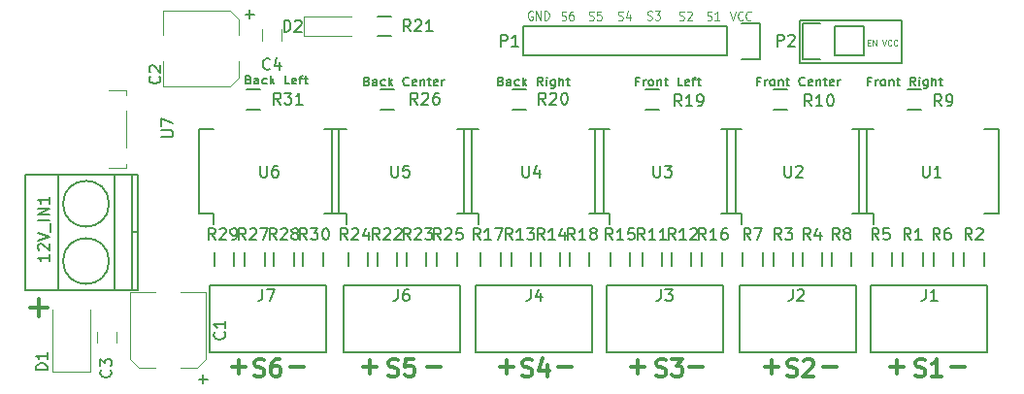
<source format=gto>
G04 #@! TF.FileFunction,Legend,Top*
%FSLAX46Y46*%
G04 Gerber Fmt 4.6, Leading zero omitted, Abs format (unit mm)*
G04 Created by KiCad (PCBNEW 4.0.6+dfsg1-1) date Mon Feb 26 20:00:46 2018*
%MOMM*%
%LPD*%
G01*
G04 APERTURE LIST*
%ADD10C,0.100000*%
%ADD11C,0.300000*%
%ADD12C,0.200000*%
%ADD13C,0.125000*%
%ADD14C,0.175000*%
%ADD15C,0.150000*%
%ADD16C,0.120000*%
G04 APERTURE END LIST*
D10*
D11*
X1077055Y6750703D02*
X2600865Y6750703D01*
X1838960Y5988798D02*
X1838960Y7512608D01*
D12*
X68173960Y28074160D02*
X68173960Y28174160D01*
X77073960Y28074160D02*
X68173960Y28074160D01*
X77073960Y28274160D02*
X77073960Y28074160D01*
X77073960Y31774160D02*
X77073960Y28274160D01*
X68173960Y31774160D02*
X77073960Y31774160D01*
D13*
X74100151Y29847374D02*
X74266817Y29847374D01*
X74338246Y29585470D02*
X74100151Y29585470D01*
X74100151Y30085470D01*
X74338246Y30085470D01*
X74552532Y29585470D02*
X74552532Y30085470D01*
X74838246Y29585470D01*
X74838246Y30085470D01*
X75385865Y30085470D02*
X75552532Y29585470D01*
X75719198Y30085470D01*
X76171579Y29633089D02*
X76147769Y29609279D01*
X76076341Y29585470D01*
X76028722Y29585470D01*
X75957293Y29609279D01*
X75909674Y29656898D01*
X75885865Y29704517D01*
X75862055Y29799755D01*
X75862055Y29871184D01*
X75885865Y29966422D01*
X75909674Y30014041D01*
X75957293Y30061660D01*
X76028722Y30085470D01*
X76076341Y30085470D01*
X76147769Y30061660D01*
X76171579Y30037850D01*
X76671579Y29633089D02*
X76647769Y29609279D01*
X76576341Y29585470D01*
X76528722Y29585470D01*
X76457293Y29609279D01*
X76409674Y29656898D01*
X76385865Y29704517D01*
X76362055Y29799755D01*
X76362055Y29871184D01*
X76385865Y29966422D01*
X76409674Y30014041D01*
X76457293Y30061660D01*
X76528722Y30085470D01*
X76576341Y30085470D01*
X76647769Y30061660D01*
X76671579Y30037850D01*
D12*
X68173960Y31574160D02*
X68173960Y31774160D01*
X68173960Y28174160D02*
X68173960Y31574160D01*
D14*
X74382149Y26476160D02*
X74115482Y26476160D01*
X74115482Y26109493D02*
X74115482Y26809493D01*
X74496435Y26809493D01*
X74801196Y26109493D02*
X74801196Y26576160D01*
X74801196Y26442827D02*
X74839291Y26509493D01*
X74877387Y26542827D01*
X74953577Y26576160D01*
X75029768Y26576160D01*
X75410720Y26109493D02*
X75334529Y26142827D01*
X75296434Y26176160D01*
X75258339Y26242827D01*
X75258339Y26442827D01*
X75296434Y26509493D01*
X75334529Y26542827D01*
X75410720Y26576160D01*
X75525006Y26576160D01*
X75601196Y26542827D01*
X75639291Y26509493D01*
X75677387Y26442827D01*
X75677387Y26242827D01*
X75639291Y26176160D01*
X75601196Y26142827D01*
X75525006Y26109493D01*
X75410720Y26109493D01*
X76020244Y26576160D02*
X76020244Y26109493D01*
X76020244Y26509493D02*
X76058339Y26542827D01*
X76134530Y26576160D01*
X76248816Y26576160D01*
X76325006Y26542827D01*
X76363101Y26476160D01*
X76363101Y26109493D01*
X76629768Y26576160D02*
X76934530Y26576160D01*
X76744054Y26809493D02*
X76744054Y26209493D01*
X76782149Y26142827D01*
X76858340Y26109493D01*
X76934530Y26109493D01*
X78267864Y26109493D02*
X78001197Y26442827D01*
X77810721Y26109493D02*
X77810721Y26809493D01*
X78115483Y26809493D01*
X78191674Y26776160D01*
X78229769Y26742827D01*
X78267864Y26676160D01*
X78267864Y26576160D01*
X78229769Y26509493D01*
X78191674Y26476160D01*
X78115483Y26442827D01*
X77810721Y26442827D01*
X78610721Y26109493D02*
X78610721Y26576160D01*
X78610721Y26809493D02*
X78572626Y26776160D01*
X78610721Y26742827D01*
X78648816Y26776160D01*
X78610721Y26809493D01*
X78610721Y26742827D01*
X79334530Y26576160D02*
X79334530Y26009493D01*
X79296435Y25942827D01*
X79258340Y25909493D01*
X79182149Y25876160D01*
X79067864Y25876160D01*
X78991673Y25909493D01*
X79334530Y26142827D02*
X79258340Y26109493D01*
X79105959Y26109493D01*
X79029768Y26142827D01*
X78991673Y26176160D01*
X78953578Y26242827D01*
X78953578Y26442827D01*
X78991673Y26509493D01*
X79029768Y26542827D01*
X79105959Y26576160D01*
X79258340Y26576160D01*
X79334530Y26542827D01*
X79715483Y26109493D02*
X79715483Y26809493D01*
X80058340Y26109493D02*
X80058340Y26476160D01*
X80020245Y26542827D01*
X79944055Y26576160D01*
X79829769Y26576160D01*
X79753578Y26542827D01*
X79715483Y26509493D01*
X80325007Y26576160D02*
X80629769Y26576160D01*
X80439293Y26809493D02*
X80439293Y26209493D01*
X80477388Y26142827D01*
X80553579Y26109493D01*
X80629769Y26109493D01*
X64730245Y26476160D02*
X64463578Y26476160D01*
X64463578Y26109493D02*
X64463578Y26809493D01*
X64844531Y26809493D01*
X65149292Y26109493D02*
X65149292Y26576160D01*
X65149292Y26442827D02*
X65187387Y26509493D01*
X65225483Y26542827D01*
X65301673Y26576160D01*
X65377864Y26576160D01*
X65758816Y26109493D02*
X65682625Y26142827D01*
X65644530Y26176160D01*
X65606435Y26242827D01*
X65606435Y26442827D01*
X65644530Y26509493D01*
X65682625Y26542827D01*
X65758816Y26576160D01*
X65873102Y26576160D01*
X65949292Y26542827D01*
X65987387Y26509493D01*
X66025483Y26442827D01*
X66025483Y26242827D01*
X65987387Y26176160D01*
X65949292Y26142827D01*
X65873102Y26109493D01*
X65758816Y26109493D01*
X66368340Y26576160D02*
X66368340Y26109493D01*
X66368340Y26509493D02*
X66406435Y26542827D01*
X66482626Y26576160D01*
X66596912Y26576160D01*
X66673102Y26542827D01*
X66711197Y26476160D01*
X66711197Y26109493D01*
X66977864Y26576160D02*
X67282626Y26576160D01*
X67092150Y26809493D02*
X67092150Y26209493D01*
X67130245Y26142827D01*
X67206436Y26109493D01*
X67282626Y26109493D01*
X68615960Y26176160D02*
X68577865Y26142827D01*
X68463579Y26109493D01*
X68387389Y26109493D01*
X68273103Y26142827D01*
X68196912Y26209493D01*
X68158817Y26276160D01*
X68120722Y26409493D01*
X68120722Y26509493D01*
X68158817Y26642827D01*
X68196912Y26709493D01*
X68273103Y26776160D01*
X68387389Y26809493D01*
X68463579Y26809493D01*
X68577865Y26776160D01*
X68615960Y26742827D01*
X69263579Y26142827D02*
X69187389Y26109493D01*
X69035008Y26109493D01*
X68958817Y26142827D01*
X68920722Y26209493D01*
X68920722Y26476160D01*
X68958817Y26542827D01*
X69035008Y26576160D01*
X69187389Y26576160D01*
X69263579Y26542827D01*
X69301674Y26476160D01*
X69301674Y26409493D01*
X68920722Y26342827D01*
X69644531Y26576160D02*
X69644531Y26109493D01*
X69644531Y26509493D02*
X69682626Y26542827D01*
X69758817Y26576160D01*
X69873103Y26576160D01*
X69949293Y26542827D01*
X69987388Y26476160D01*
X69987388Y26109493D01*
X70254055Y26576160D02*
X70558817Y26576160D01*
X70368341Y26809493D02*
X70368341Y26209493D01*
X70406436Y26142827D01*
X70482627Y26109493D01*
X70558817Y26109493D01*
X71130246Y26142827D02*
X71054056Y26109493D01*
X70901675Y26109493D01*
X70825484Y26142827D01*
X70787389Y26209493D01*
X70787389Y26476160D01*
X70825484Y26542827D01*
X70901675Y26576160D01*
X71054056Y26576160D01*
X71130246Y26542827D01*
X71168341Y26476160D01*
X71168341Y26409493D01*
X70787389Y26342827D01*
X71511198Y26109493D02*
X71511198Y26576160D01*
X71511198Y26442827D02*
X71549293Y26509493D01*
X71587389Y26542827D01*
X71663579Y26576160D01*
X71739770Y26576160D01*
X54138245Y26476160D02*
X53871578Y26476160D01*
X53871578Y26109493D02*
X53871578Y26809493D01*
X54252531Y26809493D01*
X54557292Y26109493D02*
X54557292Y26576160D01*
X54557292Y26442827D02*
X54595387Y26509493D01*
X54633483Y26542827D01*
X54709673Y26576160D01*
X54785864Y26576160D01*
X55166816Y26109493D02*
X55090625Y26142827D01*
X55052530Y26176160D01*
X55014435Y26242827D01*
X55014435Y26442827D01*
X55052530Y26509493D01*
X55090625Y26542827D01*
X55166816Y26576160D01*
X55281102Y26576160D01*
X55357292Y26542827D01*
X55395387Y26509493D01*
X55433483Y26442827D01*
X55433483Y26242827D01*
X55395387Y26176160D01*
X55357292Y26142827D01*
X55281102Y26109493D01*
X55166816Y26109493D01*
X55776340Y26576160D02*
X55776340Y26109493D01*
X55776340Y26509493D02*
X55814435Y26542827D01*
X55890626Y26576160D01*
X56004912Y26576160D01*
X56081102Y26542827D01*
X56119197Y26476160D01*
X56119197Y26109493D01*
X56385864Y26576160D02*
X56690626Y26576160D01*
X56500150Y26809493D02*
X56500150Y26209493D01*
X56538245Y26142827D01*
X56614436Y26109493D01*
X56690626Y26109493D01*
X57947770Y26109493D02*
X57566817Y26109493D01*
X57566817Y26809493D01*
X58519198Y26142827D02*
X58443008Y26109493D01*
X58290627Y26109493D01*
X58214436Y26142827D01*
X58176341Y26209493D01*
X58176341Y26476160D01*
X58214436Y26542827D01*
X58290627Y26576160D01*
X58443008Y26576160D01*
X58519198Y26542827D01*
X58557293Y26476160D01*
X58557293Y26409493D01*
X58176341Y26342827D01*
X58785864Y26576160D02*
X59090626Y26576160D01*
X58900150Y26109493D02*
X58900150Y26709493D01*
X58938245Y26776160D01*
X59014436Y26809493D01*
X59090626Y26809493D01*
X59243007Y26576160D02*
X59547769Y26576160D01*
X59357293Y26809493D02*
X59357293Y26209493D01*
X59395388Y26142827D01*
X59471579Y26109493D01*
X59547769Y26109493D01*
X42098721Y26476160D02*
X42213007Y26442827D01*
X42251102Y26409493D01*
X42289197Y26342827D01*
X42289197Y26242827D01*
X42251102Y26176160D01*
X42213007Y26142827D01*
X42136816Y26109493D01*
X41832054Y26109493D01*
X41832054Y26809493D01*
X42098721Y26809493D01*
X42174911Y26776160D01*
X42213007Y26742827D01*
X42251102Y26676160D01*
X42251102Y26609493D01*
X42213007Y26542827D01*
X42174911Y26509493D01*
X42098721Y26476160D01*
X41832054Y26476160D01*
X42974911Y26109493D02*
X42974911Y26476160D01*
X42936816Y26542827D01*
X42860626Y26576160D01*
X42708245Y26576160D01*
X42632054Y26542827D01*
X42974911Y26142827D02*
X42898721Y26109493D01*
X42708245Y26109493D01*
X42632054Y26142827D01*
X42593959Y26209493D01*
X42593959Y26276160D01*
X42632054Y26342827D01*
X42708245Y26376160D01*
X42898721Y26376160D01*
X42974911Y26409493D01*
X43698721Y26142827D02*
X43622531Y26109493D01*
X43470150Y26109493D01*
X43393959Y26142827D01*
X43355864Y26176160D01*
X43317769Y26242827D01*
X43317769Y26442827D01*
X43355864Y26509493D01*
X43393959Y26542827D01*
X43470150Y26576160D01*
X43622531Y26576160D01*
X43698721Y26542827D01*
X44041578Y26109493D02*
X44041578Y26809493D01*
X44117769Y26376160D02*
X44346340Y26109493D01*
X44346340Y26576160D02*
X44041578Y26309493D01*
X45755864Y26109493D02*
X45489197Y26442827D01*
X45298721Y26109493D02*
X45298721Y26809493D01*
X45603483Y26809493D01*
X45679674Y26776160D01*
X45717769Y26742827D01*
X45755864Y26676160D01*
X45755864Y26576160D01*
X45717769Y26509493D01*
X45679674Y26476160D01*
X45603483Y26442827D01*
X45298721Y26442827D01*
X46098721Y26109493D02*
X46098721Y26576160D01*
X46098721Y26809493D02*
X46060626Y26776160D01*
X46098721Y26742827D01*
X46136816Y26776160D01*
X46098721Y26809493D01*
X46098721Y26742827D01*
X46822530Y26576160D02*
X46822530Y26009493D01*
X46784435Y25942827D01*
X46746340Y25909493D01*
X46670149Y25876160D01*
X46555864Y25876160D01*
X46479673Y25909493D01*
X46822530Y26142827D02*
X46746340Y26109493D01*
X46593959Y26109493D01*
X46517768Y26142827D01*
X46479673Y26176160D01*
X46441578Y26242827D01*
X46441578Y26442827D01*
X46479673Y26509493D01*
X46517768Y26542827D01*
X46593959Y26576160D01*
X46746340Y26576160D01*
X46822530Y26542827D01*
X47203483Y26109493D02*
X47203483Y26809493D01*
X47546340Y26109493D02*
X47546340Y26476160D01*
X47508245Y26542827D01*
X47432055Y26576160D01*
X47317769Y26576160D01*
X47241578Y26542827D01*
X47203483Y26509493D01*
X47813007Y26576160D02*
X48117769Y26576160D01*
X47927293Y26809493D02*
X47927293Y26209493D01*
X47965388Y26142827D01*
X48041579Y26109493D01*
X48117769Y26109493D01*
X30414817Y26476160D02*
X30529103Y26442827D01*
X30567198Y26409493D01*
X30605293Y26342827D01*
X30605293Y26242827D01*
X30567198Y26176160D01*
X30529103Y26142827D01*
X30452912Y26109493D01*
X30148150Y26109493D01*
X30148150Y26809493D01*
X30414817Y26809493D01*
X30491007Y26776160D01*
X30529103Y26742827D01*
X30567198Y26676160D01*
X30567198Y26609493D01*
X30529103Y26542827D01*
X30491007Y26509493D01*
X30414817Y26476160D01*
X30148150Y26476160D01*
X31291007Y26109493D02*
X31291007Y26476160D01*
X31252912Y26542827D01*
X31176722Y26576160D01*
X31024341Y26576160D01*
X30948150Y26542827D01*
X31291007Y26142827D02*
X31214817Y26109493D01*
X31024341Y26109493D01*
X30948150Y26142827D01*
X30910055Y26209493D01*
X30910055Y26276160D01*
X30948150Y26342827D01*
X31024341Y26376160D01*
X31214817Y26376160D01*
X31291007Y26409493D01*
X32014817Y26142827D02*
X31938627Y26109493D01*
X31786246Y26109493D01*
X31710055Y26142827D01*
X31671960Y26176160D01*
X31633865Y26242827D01*
X31633865Y26442827D01*
X31671960Y26509493D01*
X31710055Y26542827D01*
X31786246Y26576160D01*
X31938627Y26576160D01*
X32014817Y26542827D01*
X32357674Y26109493D02*
X32357674Y26809493D01*
X32433865Y26376160D02*
X32662436Y26109493D01*
X32662436Y26576160D02*
X32357674Y26309493D01*
X34071960Y26176160D02*
X34033865Y26142827D01*
X33919579Y26109493D01*
X33843389Y26109493D01*
X33729103Y26142827D01*
X33652912Y26209493D01*
X33614817Y26276160D01*
X33576722Y26409493D01*
X33576722Y26509493D01*
X33614817Y26642827D01*
X33652912Y26709493D01*
X33729103Y26776160D01*
X33843389Y26809493D01*
X33919579Y26809493D01*
X34033865Y26776160D01*
X34071960Y26742827D01*
X34719579Y26142827D02*
X34643389Y26109493D01*
X34491008Y26109493D01*
X34414817Y26142827D01*
X34376722Y26209493D01*
X34376722Y26476160D01*
X34414817Y26542827D01*
X34491008Y26576160D01*
X34643389Y26576160D01*
X34719579Y26542827D01*
X34757674Y26476160D01*
X34757674Y26409493D01*
X34376722Y26342827D01*
X35100531Y26576160D02*
X35100531Y26109493D01*
X35100531Y26509493D02*
X35138626Y26542827D01*
X35214817Y26576160D01*
X35329103Y26576160D01*
X35405293Y26542827D01*
X35443388Y26476160D01*
X35443388Y26109493D01*
X35710055Y26576160D02*
X36014817Y26576160D01*
X35824341Y26809493D02*
X35824341Y26209493D01*
X35862436Y26142827D01*
X35938627Y26109493D01*
X36014817Y26109493D01*
X36586246Y26142827D02*
X36510056Y26109493D01*
X36357675Y26109493D01*
X36281484Y26142827D01*
X36243389Y26209493D01*
X36243389Y26476160D01*
X36281484Y26542827D01*
X36357675Y26576160D01*
X36510056Y26576160D01*
X36586246Y26542827D01*
X36624341Y26476160D01*
X36624341Y26409493D01*
X36243389Y26342827D01*
X36967198Y26109493D02*
X36967198Y26576160D01*
X36967198Y26442827D02*
X37005293Y26509493D01*
X37043389Y26542827D01*
X37119579Y26576160D01*
X37195770Y26576160D01*
X20076817Y26603160D02*
X20191103Y26569827D01*
X20229198Y26536493D01*
X20267293Y26469827D01*
X20267293Y26369827D01*
X20229198Y26303160D01*
X20191103Y26269827D01*
X20114912Y26236493D01*
X19810150Y26236493D01*
X19810150Y26936493D01*
X20076817Y26936493D01*
X20153007Y26903160D01*
X20191103Y26869827D01*
X20229198Y26803160D01*
X20229198Y26736493D01*
X20191103Y26669827D01*
X20153007Y26636493D01*
X20076817Y26603160D01*
X19810150Y26603160D01*
X20953007Y26236493D02*
X20953007Y26603160D01*
X20914912Y26669827D01*
X20838722Y26703160D01*
X20686341Y26703160D01*
X20610150Y26669827D01*
X20953007Y26269827D02*
X20876817Y26236493D01*
X20686341Y26236493D01*
X20610150Y26269827D01*
X20572055Y26336493D01*
X20572055Y26403160D01*
X20610150Y26469827D01*
X20686341Y26503160D01*
X20876817Y26503160D01*
X20953007Y26536493D01*
X21676817Y26269827D02*
X21600627Y26236493D01*
X21448246Y26236493D01*
X21372055Y26269827D01*
X21333960Y26303160D01*
X21295865Y26369827D01*
X21295865Y26569827D01*
X21333960Y26636493D01*
X21372055Y26669827D01*
X21448246Y26703160D01*
X21600627Y26703160D01*
X21676817Y26669827D01*
X22019674Y26236493D02*
X22019674Y26936493D01*
X22095865Y26503160D02*
X22324436Y26236493D01*
X22324436Y26703160D02*
X22019674Y26436493D01*
X23657770Y26236493D02*
X23276817Y26236493D01*
X23276817Y26936493D01*
X24229198Y26269827D02*
X24153008Y26236493D01*
X24000627Y26236493D01*
X23924436Y26269827D01*
X23886341Y26336493D01*
X23886341Y26603160D01*
X23924436Y26669827D01*
X24000627Y26703160D01*
X24153008Y26703160D01*
X24229198Y26669827D01*
X24267293Y26603160D01*
X24267293Y26536493D01*
X23886341Y26469827D01*
X24495864Y26703160D02*
X24800626Y26703160D01*
X24610150Y26236493D02*
X24610150Y26836493D01*
X24648245Y26903160D01*
X24724436Y26936493D01*
X24800626Y26936493D01*
X24953007Y26703160D02*
X25257769Y26703160D01*
X25067293Y26936493D02*
X25067293Y26336493D01*
X25105388Y26269827D01*
X25181579Y26236493D01*
X25257769Y26236493D01*
D11*
X23746532Y1554017D02*
X24889389Y1554017D01*
X18666532Y1554017D02*
X19809389Y1554017D01*
X19237960Y982589D02*
X19237960Y2125446D01*
X20635103Y800017D02*
X20849389Y728589D01*
X21206532Y728589D01*
X21349389Y800017D01*
X21420818Y871446D01*
X21492246Y1014303D01*
X21492246Y1157160D01*
X21420818Y1300017D01*
X21349389Y1371446D01*
X21206532Y1442874D01*
X20920818Y1514303D01*
X20777960Y1585731D01*
X20706532Y1657160D01*
X20635103Y1800017D01*
X20635103Y1942874D01*
X20706532Y2085731D01*
X20777960Y2157160D01*
X20920818Y2228589D01*
X21277960Y2228589D01*
X21492246Y2157160D01*
X22777960Y2228589D02*
X22492246Y2228589D01*
X22349389Y2157160D01*
X22277960Y2085731D01*
X22135103Y1871446D01*
X22063674Y1585731D01*
X22063674Y1014303D01*
X22135103Y871446D01*
X22206531Y800017D01*
X22349389Y728589D01*
X22635103Y728589D01*
X22777960Y800017D01*
X22849389Y871446D01*
X22920817Y1014303D01*
X22920817Y1371446D01*
X22849389Y1514303D01*
X22777960Y1585731D01*
X22635103Y1657160D01*
X22349389Y1657160D01*
X22206531Y1585731D01*
X22135103Y1514303D01*
X22063674Y1371446D01*
X35684532Y1554017D02*
X36827389Y1554017D01*
X30096532Y1554017D02*
X31239389Y1554017D01*
X30667960Y982589D02*
X30667960Y2125446D01*
X32319103Y800017D02*
X32533389Y728589D01*
X32890532Y728589D01*
X33033389Y800017D01*
X33104818Y871446D01*
X33176246Y1014303D01*
X33176246Y1157160D01*
X33104818Y1300017D01*
X33033389Y1371446D01*
X32890532Y1442874D01*
X32604818Y1514303D01*
X32461960Y1585731D01*
X32390532Y1657160D01*
X32319103Y1800017D01*
X32319103Y1942874D01*
X32390532Y2085731D01*
X32461960Y2157160D01*
X32604818Y2228589D01*
X32961960Y2228589D01*
X33176246Y2157160D01*
X34533389Y2228589D02*
X33819103Y2228589D01*
X33747674Y1514303D01*
X33819103Y1585731D01*
X33961960Y1657160D01*
X34319103Y1657160D01*
X34461960Y1585731D01*
X34533389Y1514303D01*
X34604817Y1371446D01*
X34604817Y1014303D01*
X34533389Y871446D01*
X34461960Y800017D01*
X34319103Y728589D01*
X33961960Y728589D01*
X33819103Y800017D01*
X33747674Y871446D01*
D13*
X47406626Y31817350D02*
X47506626Y31779255D01*
X47673293Y31779255D01*
X47739960Y31817350D01*
X47773293Y31855446D01*
X47806626Y31931636D01*
X47806626Y32007827D01*
X47773293Y32084017D01*
X47739960Y32122112D01*
X47673293Y32160208D01*
X47539960Y32198303D01*
X47473293Y32236398D01*
X47439960Y32274493D01*
X47406626Y32350684D01*
X47406626Y32426874D01*
X47439960Y32503065D01*
X47473293Y32541160D01*
X47539960Y32579255D01*
X47706626Y32579255D01*
X47806626Y32541160D01*
X48406627Y32579255D02*
X48273293Y32579255D01*
X48206627Y32541160D01*
X48173293Y32503065D01*
X48106627Y32388779D01*
X48073293Y32236398D01*
X48073293Y31931636D01*
X48106627Y31855446D01*
X48139960Y31817350D01*
X48206627Y31779255D01*
X48339960Y31779255D01*
X48406627Y31817350D01*
X48439960Y31855446D01*
X48473293Y31931636D01*
X48473293Y32122112D01*
X48439960Y32198303D01*
X48406627Y32236398D01*
X48339960Y32274493D01*
X48206627Y32274493D01*
X48139960Y32236398D01*
X48106627Y32198303D01*
X48073293Y32122112D01*
X49819626Y31817350D02*
X49919626Y31779255D01*
X50086293Y31779255D01*
X50152960Y31817350D01*
X50186293Y31855446D01*
X50219626Y31931636D01*
X50219626Y32007827D01*
X50186293Y32084017D01*
X50152960Y32122112D01*
X50086293Y32160208D01*
X49952960Y32198303D01*
X49886293Y32236398D01*
X49852960Y32274493D01*
X49819626Y32350684D01*
X49819626Y32426874D01*
X49852960Y32503065D01*
X49886293Y32541160D01*
X49952960Y32579255D01*
X50119626Y32579255D01*
X50219626Y32541160D01*
X50852960Y32579255D02*
X50519627Y32579255D01*
X50486293Y32198303D01*
X50519627Y32236398D01*
X50586293Y32274493D01*
X50752960Y32274493D01*
X50819627Y32236398D01*
X50852960Y32198303D01*
X50886293Y32122112D01*
X50886293Y31931636D01*
X50852960Y31855446D01*
X50819627Y31817350D01*
X50752960Y31779255D01*
X50586293Y31779255D01*
X50519627Y31817350D01*
X50486293Y31855446D01*
D15*
X23198865Y30799779D02*
X23198865Y31799779D01*
X23436960Y31799779D01*
X23579818Y31752160D01*
X23675056Y31656922D01*
X23722675Y31561684D01*
X23770294Y31371208D01*
X23770294Y31228350D01*
X23722675Y31037874D01*
X23675056Y30942636D01*
X23579818Y30847398D01*
X23436960Y30799779D01*
X23198865Y30799779D01*
X24151246Y31704541D02*
X24198865Y31752160D01*
X24294103Y31799779D01*
X24532199Y31799779D01*
X24627437Y31752160D01*
X24675056Y31704541D01*
X24722675Y31609303D01*
X24722675Y31514065D01*
X24675056Y31371208D01*
X24103627Y30799779D01*
X24722675Y30799779D01*
D13*
X62119627Y32579255D02*
X62352960Y31779255D01*
X62586293Y32579255D01*
X63219627Y31855446D02*
X63186293Y31817350D01*
X63086293Y31779255D01*
X63019627Y31779255D01*
X62919627Y31817350D01*
X62852960Y31893541D01*
X62819627Y31969731D01*
X62786293Y32122112D01*
X62786293Y32236398D01*
X62819627Y32388779D01*
X62852960Y32464970D01*
X62919627Y32541160D01*
X63019627Y32579255D01*
X63086293Y32579255D01*
X63186293Y32541160D01*
X63219627Y32503065D01*
X63919627Y31855446D02*
X63886293Y31817350D01*
X63786293Y31779255D01*
X63719627Y31779255D01*
X63619627Y31817350D01*
X63552960Y31893541D01*
X63519627Y31969731D01*
X63486293Y32122112D01*
X63486293Y32236398D01*
X63519627Y32388779D01*
X63552960Y32464970D01*
X63619627Y32541160D01*
X63719627Y32579255D01*
X63786293Y32579255D01*
X63886293Y32541160D01*
X63919627Y32503065D01*
X44866627Y32568660D02*
X44799961Y32606755D01*
X44699961Y32606755D01*
X44599961Y32568660D01*
X44533294Y32492470D01*
X44499961Y32416279D01*
X44466627Y32263898D01*
X44466627Y32149612D01*
X44499961Y31997231D01*
X44533294Y31921041D01*
X44599961Y31844850D01*
X44699961Y31806755D01*
X44766627Y31806755D01*
X44866627Y31844850D01*
X44899961Y31882946D01*
X44899961Y32149612D01*
X44766627Y32149612D01*
X45199961Y31806755D02*
X45199961Y32606755D01*
X45599961Y31806755D01*
X45599961Y32606755D01*
X45933294Y31806755D02*
X45933294Y32606755D01*
X46099960Y32606755D01*
X46199960Y32568660D01*
X46266627Y32492470D01*
X46299960Y32416279D01*
X46333294Y32263898D01*
X46333294Y32149612D01*
X46299960Y31997231D01*
X46266627Y31921041D01*
X46199960Y31844850D01*
X46099960Y31806755D01*
X45933294Y31806755D01*
D11*
X81404532Y1554017D02*
X82547389Y1554017D01*
X78293103Y800017D02*
X78507389Y728589D01*
X78864532Y728589D01*
X79007389Y800017D01*
X79078818Y871446D01*
X79150246Y1014303D01*
X79150246Y1157160D01*
X79078818Y1300017D01*
X79007389Y1371446D01*
X78864532Y1442874D01*
X78578818Y1514303D01*
X78435960Y1585731D01*
X78364532Y1657160D01*
X78293103Y1800017D01*
X78293103Y1942874D01*
X78364532Y2085731D01*
X78435960Y2157160D01*
X78578818Y2228589D01*
X78935960Y2228589D01*
X79150246Y2157160D01*
X80578817Y728589D02*
X79721674Y728589D01*
X80150246Y728589D02*
X80150246Y2228589D01*
X80007389Y2014303D01*
X79864531Y1871446D01*
X79721674Y1800017D01*
X76070532Y1554017D02*
X77213389Y1554017D01*
X76641960Y982589D02*
X76641960Y2125446D01*
X70228532Y1554017D02*
X71371389Y1554017D01*
X67117103Y800017D02*
X67331389Y728589D01*
X67688532Y728589D01*
X67831389Y800017D01*
X67902818Y871446D01*
X67974246Y1014303D01*
X67974246Y1157160D01*
X67902818Y1300017D01*
X67831389Y1371446D01*
X67688532Y1442874D01*
X67402818Y1514303D01*
X67259960Y1585731D01*
X67188532Y1657160D01*
X67117103Y1800017D01*
X67117103Y1942874D01*
X67188532Y2085731D01*
X67259960Y2157160D01*
X67402818Y2228589D01*
X67759960Y2228589D01*
X67974246Y2157160D01*
X68545674Y2085731D02*
X68617103Y2157160D01*
X68759960Y2228589D01*
X69117103Y2228589D01*
X69259960Y2157160D01*
X69331389Y2085731D01*
X69402817Y1942874D01*
X69402817Y1800017D01*
X69331389Y1585731D01*
X68474246Y728589D01*
X69402817Y728589D01*
X65148532Y1554017D02*
X66291389Y1554017D01*
X65719960Y982589D02*
X65719960Y2125446D01*
X58544532Y1554017D02*
X59687389Y1554017D01*
X55687103Y800017D02*
X55901389Y728589D01*
X56258532Y728589D01*
X56401389Y800017D01*
X56472818Y871446D01*
X56544246Y1014303D01*
X56544246Y1157160D01*
X56472818Y1300017D01*
X56401389Y1371446D01*
X56258532Y1442874D01*
X55972818Y1514303D01*
X55829960Y1585731D01*
X55758532Y1657160D01*
X55687103Y1800017D01*
X55687103Y1942874D01*
X55758532Y2085731D01*
X55829960Y2157160D01*
X55972818Y2228589D01*
X56329960Y2228589D01*
X56544246Y2157160D01*
X57044246Y2228589D02*
X57972817Y2228589D01*
X57472817Y1657160D01*
X57687103Y1657160D01*
X57829960Y1585731D01*
X57901389Y1514303D01*
X57972817Y1371446D01*
X57972817Y1014303D01*
X57901389Y871446D01*
X57829960Y800017D01*
X57687103Y728589D01*
X57258531Y728589D01*
X57115674Y800017D01*
X57044246Y871446D01*
X53464532Y1554017D02*
X54607389Y1554017D01*
X54035960Y982589D02*
X54035960Y2125446D01*
X44003103Y800017D02*
X44217389Y728589D01*
X44574532Y728589D01*
X44717389Y800017D01*
X44788818Y871446D01*
X44860246Y1014303D01*
X44860246Y1157160D01*
X44788818Y1300017D01*
X44717389Y1371446D01*
X44574532Y1442874D01*
X44288818Y1514303D01*
X44145960Y1585731D01*
X44074532Y1657160D01*
X44003103Y1800017D01*
X44003103Y1942874D01*
X44074532Y2085731D01*
X44145960Y2157160D01*
X44288818Y2228589D01*
X44645960Y2228589D01*
X44860246Y2157160D01*
X46145960Y1728589D02*
X46145960Y728589D01*
X45788817Y2300017D02*
X45431674Y1228589D01*
X46360246Y1228589D01*
X47114532Y1554017D02*
X48257389Y1554017D01*
X42034532Y1554017D02*
X43177389Y1554017D01*
X42605960Y982589D02*
X42605960Y2125446D01*
D13*
X52359626Y31817350D02*
X52459626Y31779255D01*
X52626293Y31779255D01*
X52692960Y31817350D01*
X52726293Y31855446D01*
X52759626Y31931636D01*
X52759626Y32007827D01*
X52726293Y32084017D01*
X52692960Y32122112D01*
X52626293Y32160208D01*
X52492960Y32198303D01*
X52426293Y32236398D01*
X52392960Y32274493D01*
X52359626Y32350684D01*
X52359626Y32426874D01*
X52392960Y32503065D01*
X52426293Y32541160D01*
X52492960Y32579255D01*
X52659626Y32579255D01*
X52759626Y32541160D01*
X53359627Y32312589D02*
X53359627Y31779255D01*
X53192960Y32617350D02*
X53026293Y32045922D01*
X53459627Y32045922D01*
X54899626Y31844850D02*
X54999626Y31806755D01*
X55166293Y31806755D01*
X55232960Y31844850D01*
X55266293Y31882946D01*
X55299626Y31959136D01*
X55299626Y32035327D01*
X55266293Y32111517D01*
X55232960Y32149612D01*
X55166293Y32187708D01*
X55032960Y32225803D01*
X54966293Y32263898D01*
X54932960Y32301993D01*
X54899626Y32378184D01*
X54899626Y32454374D01*
X54932960Y32530565D01*
X54966293Y32568660D01*
X55032960Y32606755D01*
X55199626Y32606755D01*
X55299626Y32568660D01*
X55532960Y32606755D02*
X55966293Y32606755D01*
X55732960Y32301993D01*
X55832960Y32301993D01*
X55899627Y32263898D01*
X55932960Y32225803D01*
X55966293Y32149612D01*
X55966293Y31959136D01*
X55932960Y31882946D01*
X55899627Y31844850D01*
X55832960Y31806755D01*
X55632960Y31806755D01*
X55566293Y31844850D01*
X55532960Y31882946D01*
X57693626Y31817350D02*
X57793626Y31779255D01*
X57960293Y31779255D01*
X58026960Y31817350D01*
X58060293Y31855446D01*
X58093626Y31931636D01*
X58093626Y32007827D01*
X58060293Y32084017D01*
X58026960Y32122112D01*
X57960293Y32160208D01*
X57826960Y32198303D01*
X57760293Y32236398D01*
X57726960Y32274493D01*
X57693626Y32350684D01*
X57693626Y32426874D01*
X57726960Y32503065D01*
X57760293Y32541160D01*
X57826960Y32579255D01*
X57993626Y32579255D01*
X58093626Y32541160D01*
X58360293Y32503065D02*
X58393627Y32541160D01*
X58460293Y32579255D01*
X58626960Y32579255D01*
X58693627Y32541160D01*
X58726960Y32503065D01*
X58760293Y32426874D01*
X58760293Y32350684D01*
X58726960Y32236398D01*
X58326960Y31779255D01*
X58760293Y31779255D01*
X60106626Y31817350D02*
X60206626Y31779255D01*
X60373293Y31779255D01*
X60439960Y31817350D01*
X60473293Y31855446D01*
X60506626Y31931636D01*
X60506626Y32007827D01*
X60473293Y32084017D01*
X60439960Y32122112D01*
X60373293Y32160208D01*
X60239960Y32198303D01*
X60173293Y32236398D01*
X60139960Y32274493D01*
X60106626Y32350684D01*
X60106626Y32426874D01*
X60139960Y32503065D01*
X60173293Y32541160D01*
X60239960Y32579255D01*
X60406626Y32579255D01*
X60506626Y32541160D01*
X61173293Y31779255D02*
X60773293Y31779255D01*
X60973293Y31779255D02*
X60973293Y32579255D01*
X60906627Y32464970D01*
X60839960Y32388779D01*
X60773293Y32350684D01*
D16*
X12635960Y32647160D02*
X12635960Y30467160D01*
X12635960Y26047160D02*
X12635960Y28227160D01*
X19235960Y31887160D02*
X19235960Y30467160D01*
X19235960Y26807160D02*
X19235960Y28227160D01*
X12635960Y32647160D02*
X18475960Y32647160D01*
X18475960Y32647160D02*
X19235960Y31887160D01*
X19235960Y26807160D02*
X18475960Y26047160D01*
X18475960Y26047160D02*
X12635960Y26047160D01*
D15*
X28381960Y8646160D02*
X38541960Y8646160D01*
X38541960Y2804160D02*
X28381960Y2804160D01*
X28381960Y2804160D02*
X28381960Y8646160D01*
X38541960Y2804160D02*
X38541960Y8646160D01*
X51368960Y8646160D02*
X61528960Y8646160D01*
X61528960Y2804160D02*
X51368960Y2804160D01*
X51368960Y2804160D02*
X51368960Y8646160D01*
X61528960Y2804160D02*
X61528960Y8646160D01*
D16*
X2957560Y1105960D02*
X6257560Y1105960D01*
X6257560Y1105960D02*
X6257560Y6505960D01*
X2957560Y1105960D02*
X2957560Y6505960D01*
X24942160Y32102160D02*
X24942160Y30402160D01*
X24992160Y30402160D02*
X29042160Y30402160D01*
X24992160Y32102160D02*
X29042160Y32102160D01*
D15*
X27356960Y14953360D02*
X28626960Y14953360D01*
X27356960Y22303360D02*
X28626960Y22303360D01*
X39566960Y22303360D02*
X38296960Y22303360D01*
X39566960Y14953360D02*
X38296960Y14953360D01*
X27356960Y14953360D02*
X27356960Y22303360D01*
X39566960Y14953360D02*
X39566960Y22303360D01*
X28626960Y14953360D02*
X28626960Y14018360D01*
X15749160Y14953360D02*
X17019160Y14953360D01*
X15749160Y22303360D02*
X17019160Y22303360D01*
X27959160Y22303360D02*
X26689160Y22303360D01*
X27959160Y14953360D02*
X26689160Y14953360D01*
X15749160Y14953360D02*
X15749160Y22303360D01*
X27959160Y14953360D02*
X27959160Y22303360D01*
X17019160Y14953360D02*
X17019160Y14018360D01*
X16697960Y8646160D02*
X26857960Y8646160D01*
X26857960Y2804160D02*
X16697960Y2804160D01*
X16697960Y2804160D02*
X16697960Y8646160D01*
X26857960Y2804160D02*
X26857960Y8646160D01*
X61859160Y28686760D02*
X44079160Y28686760D01*
X44079160Y28686760D02*
X44079160Y31226760D01*
X44079160Y31226760D02*
X61859160Y31226760D01*
X64679160Y28406760D02*
X63129160Y28406760D01*
X61859160Y28686760D02*
X61859160Y31226760D01*
X63129160Y31506760D02*
X64679160Y31506760D01*
X64679160Y31506760D02*
X64679160Y28406760D01*
X74355960Y8646160D02*
X84515960Y8646160D01*
X84515960Y2804160D02*
X74355960Y2804160D01*
X74355960Y2804160D02*
X74355960Y8646160D01*
X84515960Y2804160D02*
X84515960Y8646160D01*
X62925960Y8646160D02*
X73085960Y8646160D01*
X73085960Y2804160D02*
X62925960Y2804160D01*
X62925960Y2804160D02*
X62925960Y8646160D01*
X73085960Y2804160D02*
X73085960Y8646160D01*
X39938960Y8646160D02*
X50098960Y8646160D01*
X50098960Y2804160D02*
X39938960Y2804160D01*
X39938960Y2804160D02*
X39938960Y8646160D01*
X50098960Y2804160D02*
X50098960Y8646160D01*
X38856160Y14936760D02*
X40126160Y14936760D01*
X38856160Y22286760D02*
X40126160Y22286760D01*
X51066160Y22286760D02*
X49796160Y22286760D01*
X51066160Y14936760D02*
X49796160Y14936760D01*
X38856160Y14936760D02*
X38856160Y22286760D01*
X51066160Y14936760D02*
X51066160Y22286760D01*
X40126160Y14936760D02*
X40126160Y14001760D01*
X50356160Y14936760D02*
X51626160Y14936760D01*
X50356160Y22286760D02*
X51626160Y22286760D01*
X62566160Y22286760D02*
X61296160Y22286760D01*
X62566160Y14936760D02*
X61296160Y14936760D01*
X50356160Y14936760D02*
X50356160Y22286760D01*
X62566160Y14936760D02*
X62566160Y22286760D01*
X51626160Y14936760D02*
X51626160Y14001760D01*
X61856160Y14936760D02*
X63126160Y14936760D01*
X61856160Y22286760D02*
X63126160Y22286760D01*
X74066160Y22286760D02*
X72796160Y22286760D01*
X74066160Y14936760D02*
X72796160Y14936760D01*
X61856160Y14936760D02*
X61856160Y22286760D01*
X74066160Y14936760D02*
X74066160Y22286760D01*
X63126160Y14936760D02*
X63126160Y14001760D01*
X73356160Y14936760D02*
X74626160Y14936760D01*
X73356160Y22286760D02*
X74626160Y22286760D01*
X85566160Y22286760D02*
X84296160Y22286760D01*
X85566160Y14936760D02*
X84296160Y14936760D01*
X73356160Y14936760D02*
X73356160Y22286760D01*
X85566160Y14936760D02*
X85566160Y22286760D01*
X74626160Y14936760D02*
X74626160Y14001760D01*
X77163960Y10332160D02*
X77163960Y11532160D01*
X78913960Y11532160D02*
X78913960Y10332160D01*
X79830960Y10332160D02*
X79830960Y11532160D01*
X81580960Y11532160D02*
X81580960Y10332160D01*
X65860960Y10332160D02*
X65860960Y11532160D01*
X67610960Y11532160D02*
X67610960Y10332160D01*
X68400960Y10332160D02*
X68400960Y11532160D01*
X70150960Y11532160D02*
X70150960Y10332160D01*
X74496960Y10332160D02*
X74496960Y11532160D01*
X76246960Y11532160D02*
X76246960Y10332160D01*
X84247960Y11532160D02*
X84247960Y10332160D01*
X82497960Y10332160D02*
X82497960Y11532160D01*
X63193960Y10332160D02*
X63193960Y11532160D01*
X64943960Y11532160D02*
X64943960Y10332160D01*
X72690960Y11532160D02*
X72690960Y10332160D01*
X70940960Y10332160D02*
X70940960Y11532160D01*
X77565960Y25777160D02*
X78765960Y25777160D01*
X78765960Y24027160D02*
X77565960Y24027160D01*
X65881960Y25777160D02*
X67081960Y25777160D01*
X67081960Y24027160D02*
X65881960Y24027160D01*
X54430960Y10332160D02*
X54430960Y11532160D01*
X56180960Y11532160D02*
X56180960Y10332160D01*
X56970960Y10332160D02*
X56970960Y11532160D01*
X58720960Y11532160D02*
X58720960Y10332160D01*
X43000960Y10332160D02*
X43000960Y11532160D01*
X44750960Y11532160D02*
X44750960Y10332160D01*
X45540960Y10332160D02*
X45540960Y11532160D01*
X47290960Y11532160D02*
X47290960Y10332160D01*
X51636960Y10332160D02*
X51636960Y11532160D01*
X53386960Y11532160D02*
X53386960Y10332160D01*
X61387960Y11532160D02*
X61387960Y10332160D01*
X59637960Y10332160D02*
X59637960Y11532160D01*
X40333960Y10332160D02*
X40333960Y11532160D01*
X42083960Y11532160D02*
X42083960Y10332160D01*
X49830960Y11532160D02*
X49830960Y10332160D01*
X48080960Y10332160D02*
X48080960Y11532160D01*
X54705960Y25777160D02*
X55905960Y25777160D01*
X55905960Y24027160D02*
X54705960Y24027160D01*
X43151160Y25776760D02*
X44351160Y25776760D01*
X44351160Y24026760D02*
X43151160Y24026760D01*
X31363360Y32152560D02*
X32563360Y32152560D01*
X32563360Y30402560D02*
X31363360Y30402560D01*
X31316960Y10332160D02*
X31316960Y11532160D01*
X33066960Y11532160D02*
X33066960Y10332160D01*
X33856960Y10332160D02*
X33856960Y11532160D01*
X35606960Y11532160D02*
X35606960Y10332160D01*
X28776960Y10332160D02*
X28776960Y11532160D01*
X30526960Y11532160D02*
X30526960Y10332160D01*
X38273960Y11532160D02*
X38273960Y10332160D01*
X36523960Y10332160D02*
X36523960Y11532160D01*
X31591960Y25777160D02*
X32791960Y25777160D01*
X32791960Y24027160D02*
X31591960Y24027160D01*
X19759960Y10332160D02*
X19759960Y11532160D01*
X21509960Y11532160D02*
X21509960Y10332160D01*
X22299960Y10332160D02*
X22299960Y11532160D01*
X24049960Y11532160D02*
X24049960Y10332160D01*
X17092960Y10332160D02*
X17092960Y11532160D01*
X18842960Y11532160D02*
X18842960Y10332160D01*
X26589960Y11532160D02*
X26589960Y10332160D01*
X24839960Y10332160D02*
X24839960Y11532160D01*
X19907960Y25777160D02*
X21107960Y25777160D01*
X21107960Y24027160D02*
X19907960Y24027160D01*
X71243960Y31244160D02*
X73783960Y31244160D01*
X68423960Y31524160D02*
X69973960Y31524160D01*
X71243960Y31244160D02*
X71243960Y28704160D01*
X69973960Y28424160D02*
X68423960Y28424160D01*
X68423960Y28424160D02*
X68423960Y31524160D01*
X71243960Y28704160D02*
X73783960Y28704160D01*
X73783960Y28704160D02*
X73783960Y31244160D01*
X9926760Y13279760D02*
X10426760Y13279760D01*
X7926760Y15779760D02*
G75*
G03X7926760Y15779760I-2000000J0D01*
G01*
X7926760Y10779760D02*
G75*
G03X7926760Y10779760I-2000000J0D01*
G01*
X8426760Y8279760D02*
X8426760Y18279760D01*
X3526760Y8279760D02*
X3526760Y18279760D01*
X9926760Y8279760D02*
X9926760Y18279760D01*
X10426760Y8279760D02*
X10426760Y18279760D01*
X10426760Y18279760D02*
X626760Y18279760D01*
X626760Y18279760D02*
X626760Y8279760D01*
X626760Y8279760D02*
X10426760Y8279760D01*
D16*
X16365760Y8034560D02*
X14185760Y8034560D01*
X9765760Y8034560D02*
X11945760Y8034560D01*
X15605760Y1434560D02*
X14185760Y1434560D01*
X10525760Y1434560D02*
X11945760Y1434560D01*
X16365760Y8034560D02*
X16365760Y2194560D01*
X16365760Y2194560D02*
X15605760Y1434560D01*
X10525760Y1434560D02*
X9765760Y2194560D01*
X9765760Y2194560D02*
X9765760Y8034560D01*
X6856360Y4624960D02*
X6856360Y3624960D01*
X8556360Y3624960D02*
X8556360Y4624960D01*
X21258160Y30990160D02*
X21258160Y29990160D01*
X22958160Y29990160D02*
X22958160Y30990160D01*
X9411160Y19245960D02*
X9411160Y18895960D01*
X9411160Y18895960D02*
X7911160Y18895960D01*
X9411160Y23895960D02*
X9411160Y20695960D01*
X7911160Y25695960D02*
X9411160Y25695960D01*
X9411160Y25695960D02*
X9411160Y25295960D01*
D15*
X12330703Y26894494D02*
X12378322Y26846875D01*
X12425941Y26704018D01*
X12425941Y26608780D01*
X12378322Y26465922D01*
X12283084Y26370684D01*
X12187846Y26323065D01*
X11997370Y26275446D01*
X11854512Y26275446D01*
X11664036Y26323065D01*
X11568798Y26370684D01*
X11473560Y26465922D01*
X11425941Y26608780D01*
X11425941Y26704018D01*
X11473560Y26846875D01*
X11521179Y26894494D01*
X11521179Y27275446D02*
X11473560Y27323065D01*
X11425941Y27418303D01*
X11425941Y27656399D01*
X11473560Y27751637D01*
X11521179Y27799256D01*
X11616417Y27846875D01*
X11711655Y27846875D01*
X11854512Y27799256D01*
X12425941Y27227827D01*
X12425941Y27846875D01*
X19835008Y32285731D02*
X20596913Y32285731D01*
X20215961Y31904779D02*
X20215961Y32666684D01*
X33128627Y8304779D02*
X33128627Y7590493D01*
X33081007Y7447636D01*
X32985769Y7352398D01*
X32842912Y7304779D01*
X32747674Y7304779D01*
X34033389Y8304779D02*
X33842912Y8304779D01*
X33747674Y8257160D01*
X33700055Y8209541D01*
X33604817Y8066684D01*
X33557198Y7876208D01*
X33557198Y7495255D01*
X33604817Y7400017D01*
X33652436Y7352398D01*
X33747674Y7304779D01*
X33938151Y7304779D01*
X34033389Y7352398D01*
X34081008Y7400017D01*
X34128627Y7495255D01*
X34128627Y7733350D01*
X34081008Y7828589D01*
X34033389Y7876208D01*
X33938151Y7923827D01*
X33747674Y7923827D01*
X33652436Y7876208D01*
X33604817Y7828589D01*
X33557198Y7733350D01*
X56080427Y8315179D02*
X56080427Y7600893D01*
X56032807Y7458036D01*
X55937569Y7362798D01*
X55794712Y7315179D01*
X55699474Y7315179D01*
X56461379Y8315179D02*
X57080427Y8315179D01*
X56747093Y7934227D01*
X56889951Y7934227D01*
X56985189Y7886608D01*
X57032808Y7838989D01*
X57080427Y7743750D01*
X57080427Y7505655D01*
X57032808Y7410417D01*
X56985189Y7362798D01*
X56889951Y7315179D01*
X56604236Y7315179D01*
X56508998Y7362798D01*
X56461379Y7410417D01*
X2545341Y1278665D02*
X1545341Y1278665D01*
X1545341Y1516760D01*
X1592960Y1659618D01*
X1688198Y1754856D01*
X1783436Y1802475D01*
X1973912Y1850094D01*
X2116770Y1850094D01*
X2307246Y1802475D01*
X2402484Y1754856D01*
X2497722Y1659618D01*
X2545341Y1516760D01*
X2545341Y1278665D01*
X2545341Y2802475D02*
X2545341Y2231046D01*
X2545341Y2516760D02*
X1545341Y2516760D01*
X1688198Y2421522D01*
X1783436Y2326284D01*
X1831055Y2231046D01*
X32573055Y19099779D02*
X32573055Y18290255D01*
X32620674Y18195017D01*
X32668293Y18147398D01*
X32763531Y18099779D01*
X32954008Y18099779D01*
X33049246Y18147398D01*
X33096865Y18195017D01*
X33144484Y18290255D01*
X33144484Y19099779D01*
X34096865Y19099779D02*
X33620674Y19099779D01*
X33573055Y18623589D01*
X33620674Y18671208D01*
X33715912Y18718827D01*
X33954008Y18718827D01*
X34049246Y18671208D01*
X34096865Y18623589D01*
X34144484Y18528350D01*
X34144484Y18290255D01*
X34096865Y18195017D01*
X34049246Y18147398D01*
X33954008Y18099779D01*
X33715912Y18099779D01*
X33620674Y18147398D01*
X33573055Y18195017D01*
X21143055Y19099779D02*
X21143055Y18290255D01*
X21190674Y18195017D01*
X21238293Y18147398D01*
X21333531Y18099779D01*
X21524008Y18099779D01*
X21619246Y18147398D01*
X21666865Y18195017D01*
X21714484Y18290255D01*
X21714484Y19099779D01*
X22619246Y19099779D02*
X22428769Y19099779D01*
X22333531Y19052160D01*
X22285912Y19004541D01*
X22190674Y18861684D01*
X22143055Y18671208D01*
X22143055Y18290255D01*
X22190674Y18195017D01*
X22238293Y18147398D01*
X22333531Y18099779D01*
X22524008Y18099779D01*
X22619246Y18147398D01*
X22666865Y18195017D01*
X22714484Y18290255D01*
X22714484Y18528350D01*
X22666865Y18623589D01*
X22619246Y18671208D01*
X22524008Y18718827D01*
X22333531Y18718827D01*
X22238293Y18671208D01*
X22190674Y18623589D01*
X22143055Y18528350D01*
X21317627Y8304779D02*
X21317627Y7590493D01*
X21270007Y7447636D01*
X21174769Y7352398D01*
X21031912Y7304779D01*
X20936674Y7304779D01*
X21698579Y8304779D02*
X22365246Y8304779D01*
X21936674Y7304779D01*
X42121865Y29529779D02*
X42121865Y30529779D01*
X42502818Y30529779D01*
X42598056Y30482160D01*
X42645675Y30434541D01*
X42693294Y30339303D01*
X42693294Y30196446D01*
X42645675Y30101208D01*
X42598056Y30053589D01*
X42502818Y30005970D01*
X42121865Y30005970D01*
X43645675Y29529779D02*
X43074246Y29529779D01*
X43359960Y29529779D02*
X43359960Y30529779D01*
X43264722Y30386922D01*
X43169484Y30291684D01*
X43074246Y30244065D01*
X79177427Y8315179D02*
X79177427Y7600893D01*
X79129807Y7458036D01*
X79034569Y7362798D01*
X78891712Y7315179D01*
X78796474Y7315179D01*
X80177427Y7315179D02*
X79605998Y7315179D01*
X79891712Y7315179D02*
X79891712Y8315179D01*
X79796474Y8172322D01*
X79701236Y8077084D01*
X79605998Y8029465D01*
X67567427Y8315179D02*
X67567427Y7600893D01*
X67519807Y7458036D01*
X67424569Y7362798D01*
X67281712Y7315179D01*
X67186474Y7315179D01*
X67995998Y8219941D02*
X68043617Y8267560D01*
X68138855Y8315179D01*
X68376951Y8315179D01*
X68472189Y8267560D01*
X68519808Y8219941D01*
X68567427Y8124703D01*
X68567427Y8029465D01*
X68519808Y7886608D01*
X67948379Y7315179D01*
X68567427Y7315179D01*
X44720427Y8315179D02*
X44720427Y7600893D01*
X44672807Y7458036D01*
X44577569Y7362798D01*
X44434712Y7315179D01*
X44339474Y7315179D01*
X45625189Y7981846D02*
X45625189Y7315179D01*
X45387093Y8362798D02*
X45148998Y7648512D01*
X45768046Y7648512D01*
X44003055Y19099779D02*
X44003055Y18290255D01*
X44050674Y18195017D01*
X44098293Y18147398D01*
X44193531Y18099779D01*
X44384008Y18099779D01*
X44479246Y18147398D01*
X44526865Y18195017D01*
X44574484Y18290255D01*
X44574484Y19099779D01*
X45479246Y18766446D02*
X45479246Y18099779D01*
X45241150Y19147398D02*
X45003055Y18433112D01*
X45622103Y18433112D01*
X55433055Y19099779D02*
X55433055Y18290255D01*
X55480674Y18195017D01*
X55528293Y18147398D01*
X55623531Y18099779D01*
X55814008Y18099779D01*
X55909246Y18147398D01*
X55956865Y18195017D01*
X56004484Y18290255D01*
X56004484Y19099779D01*
X56385436Y19099779D02*
X57004484Y19099779D01*
X56671150Y18718827D01*
X56814008Y18718827D01*
X56909246Y18671208D01*
X56956865Y18623589D01*
X57004484Y18528350D01*
X57004484Y18290255D01*
X56956865Y18195017D01*
X56909246Y18147398D01*
X56814008Y18099779D01*
X56528293Y18099779D01*
X56433055Y18147398D01*
X56385436Y18195017D01*
X66863055Y19099779D02*
X66863055Y18290255D01*
X66910674Y18195017D01*
X66958293Y18147398D01*
X67053531Y18099779D01*
X67244008Y18099779D01*
X67339246Y18147398D01*
X67386865Y18195017D01*
X67434484Y18290255D01*
X67434484Y19099779D01*
X67863055Y19004541D02*
X67910674Y19052160D01*
X68005912Y19099779D01*
X68244008Y19099779D01*
X68339246Y19052160D01*
X68386865Y19004541D01*
X68434484Y18909303D01*
X68434484Y18814065D01*
X68386865Y18671208D01*
X67815436Y18099779D01*
X68434484Y18099779D01*
X78928055Y19099779D02*
X78928055Y18290255D01*
X78975674Y18195017D01*
X79023293Y18147398D01*
X79118531Y18099779D01*
X79309008Y18099779D01*
X79404246Y18147398D01*
X79451865Y18195017D01*
X79499484Y18290255D01*
X79499484Y19099779D01*
X80499484Y18099779D02*
X79928055Y18099779D01*
X80213769Y18099779D02*
X80213769Y19099779D01*
X80118531Y18956922D01*
X80023293Y18861684D01*
X79928055Y18814065D01*
X77872294Y12638779D02*
X77538960Y13114970D01*
X77300865Y12638779D02*
X77300865Y13638779D01*
X77681818Y13638779D01*
X77777056Y13591160D01*
X77824675Y13543541D01*
X77872294Y13448303D01*
X77872294Y13305446D01*
X77824675Y13210208D01*
X77777056Y13162589D01*
X77681818Y13114970D01*
X77300865Y13114970D01*
X78824675Y12638779D02*
X78253246Y12638779D01*
X78538960Y12638779D02*
X78538960Y13638779D01*
X78443722Y13495922D01*
X78348484Y13400684D01*
X78253246Y13353065D01*
X83206294Y12638779D02*
X82872960Y13114970D01*
X82634865Y12638779D02*
X82634865Y13638779D01*
X83015818Y13638779D01*
X83111056Y13591160D01*
X83158675Y13543541D01*
X83206294Y13448303D01*
X83206294Y13305446D01*
X83158675Y13210208D01*
X83111056Y13162589D01*
X83015818Y13114970D01*
X82634865Y13114970D01*
X83587246Y13543541D02*
X83634865Y13591160D01*
X83730103Y13638779D01*
X83968199Y13638779D01*
X84063437Y13591160D01*
X84111056Y13543541D01*
X84158675Y13448303D01*
X84158675Y13353065D01*
X84111056Y13210208D01*
X83539627Y12638779D01*
X84158675Y12638779D01*
X66569294Y12638779D02*
X66235960Y13114970D01*
X65997865Y12638779D02*
X65997865Y13638779D01*
X66378818Y13638779D01*
X66474056Y13591160D01*
X66521675Y13543541D01*
X66569294Y13448303D01*
X66569294Y13305446D01*
X66521675Y13210208D01*
X66474056Y13162589D01*
X66378818Y13114970D01*
X65997865Y13114970D01*
X66902627Y13638779D02*
X67521675Y13638779D01*
X67188341Y13257827D01*
X67331199Y13257827D01*
X67426437Y13210208D01*
X67474056Y13162589D01*
X67521675Y13067350D01*
X67521675Y12829255D01*
X67474056Y12734017D01*
X67426437Y12686398D01*
X67331199Y12638779D01*
X67045484Y12638779D01*
X66950246Y12686398D01*
X66902627Y12734017D01*
X69109294Y12638779D02*
X68775960Y13114970D01*
X68537865Y12638779D02*
X68537865Y13638779D01*
X68918818Y13638779D01*
X69014056Y13591160D01*
X69061675Y13543541D01*
X69109294Y13448303D01*
X69109294Y13305446D01*
X69061675Y13210208D01*
X69014056Y13162589D01*
X68918818Y13114970D01*
X68537865Y13114970D01*
X69966437Y13305446D02*
X69966437Y12638779D01*
X69728341Y13686398D02*
X69490246Y12972112D01*
X70109294Y12972112D01*
X75078294Y12638779D02*
X74744960Y13114970D01*
X74506865Y12638779D02*
X74506865Y13638779D01*
X74887818Y13638779D01*
X74983056Y13591160D01*
X75030675Y13543541D01*
X75078294Y13448303D01*
X75078294Y13305446D01*
X75030675Y13210208D01*
X74983056Y13162589D01*
X74887818Y13114970D01*
X74506865Y13114970D01*
X75983056Y13638779D02*
X75506865Y13638779D01*
X75459246Y13162589D01*
X75506865Y13210208D01*
X75602103Y13257827D01*
X75840199Y13257827D01*
X75935437Y13210208D01*
X75983056Y13162589D01*
X76030675Y13067350D01*
X76030675Y12829255D01*
X75983056Y12734017D01*
X75935437Y12686398D01*
X75840199Y12638779D01*
X75602103Y12638779D01*
X75506865Y12686398D01*
X75459246Y12734017D01*
X80412294Y12638779D02*
X80078960Y13114970D01*
X79840865Y12638779D02*
X79840865Y13638779D01*
X80221818Y13638779D01*
X80317056Y13591160D01*
X80364675Y13543541D01*
X80412294Y13448303D01*
X80412294Y13305446D01*
X80364675Y13210208D01*
X80317056Y13162589D01*
X80221818Y13114970D01*
X79840865Y13114970D01*
X81269437Y13638779D02*
X81078960Y13638779D01*
X80983722Y13591160D01*
X80936103Y13543541D01*
X80840865Y13400684D01*
X80793246Y13210208D01*
X80793246Y12829255D01*
X80840865Y12734017D01*
X80888484Y12686398D01*
X80983722Y12638779D01*
X81174199Y12638779D01*
X81269437Y12686398D01*
X81317056Y12734017D01*
X81364675Y12829255D01*
X81364675Y13067350D01*
X81317056Y13162589D01*
X81269437Y13210208D01*
X81174199Y13257827D01*
X80983722Y13257827D01*
X80888484Y13210208D01*
X80840865Y13162589D01*
X80793246Y13067350D01*
X63902294Y12638779D02*
X63568960Y13114970D01*
X63330865Y12638779D02*
X63330865Y13638779D01*
X63711818Y13638779D01*
X63807056Y13591160D01*
X63854675Y13543541D01*
X63902294Y13448303D01*
X63902294Y13305446D01*
X63854675Y13210208D01*
X63807056Y13162589D01*
X63711818Y13114970D01*
X63330865Y13114970D01*
X64235627Y13638779D02*
X64902294Y13638779D01*
X64473722Y12638779D01*
X71649294Y12638779D02*
X71315960Y13114970D01*
X71077865Y12638779D02*
X71077865Y13638779D01*
X71458818Y13638779D01*
X71554056Y13591160D01*
X71601675Y13543541D01*
X71649294Y13448303D01*
X71649294Y13305446D01*
X71601675Y13210208D01*
X71554056Y13162589D01*
X71458818Y13114970D01*
X71077865Y13114970D01*
X72220722Y13210208D02*
X72125484Y13257827D01*
X72077865Y13305446D01*
X72030246Y13400684D01*
X72030246Y13448303D01*
X72077865Y13543541D01*
X72125484Y13591160D01*
X72220722Y13638779D01*
X72411199Y13638779D01*
X72506437Y13591160D01*
X72554056Y13543541D01*
X72601675Y13448303D01*
X72601675Y13400684D01*
X72554056Y13305446D01*
X72506437Y13257827D01*
X72411199Y13210208D01*
X72220722Y13210208D01*
X72125484Y13162589D01*
X72077865Y13114970D01*
X72030246Y13019731D01*
X72030246Y12829255D01*
X72077865Y12734017D01*
X72125484Y12686398D01*
X72220722Y12638779D01*
X72411199Y12638779D01*
X72506437Y12686398D01*
X72554056Y12734017D01*
X72601675Y12829255D01*
X72601675Y13019731D01*
X72554056Y13114970D01*
X72506437Y13162589D01*
X72411199Y13210208D01*
X80554094Y24300179D02*
X80220760Y24776370D01*
X79982665Y24300179D02*
X79982665Y25300179D01*
X80363618Y25300179D01*
X80458856Y25252560D01*
X80506475Y25204941D01*
X80554094Y25109703D01*
X80554094Y24966846D01*
X80506475Y24871608D01*
X80458856Y24823989D01*
X80363618Y24776370D01*
X79982665Y24776370D01*
X81030284Y24300179D02*
X81220760Y24300179D01*
X81315999Y24347798D01*
X81363618Y24395417D01*
X81458856Y24538274D01*
X81506475Y24728750D01*
X81506475Y25109703D01*
X81458856Y25204941D01*
X81411237Y25252560D01*
X81315999Y25300179D01*
X81125522Y25300179D01*
X81030284Y25252560D01*
X80982665Y25204941D01*
X80935046Y25109703D01*
X80935046Y24871608D01*
X80982665Y24776370D01*
X81030284Y24728750D01*
X81125522Y24681131D01*
X81315999Y24681131D01*
X81411237Y24728750D01*
X81458856Y24776370D01*
X81506475Y24871608D01*
X69225903Y24300179D02*
X68892569Y24776370D01*
X68654474Y24300179D02*
X68654474Y25300179D01*
X69035427Y25300179D01*
X69130665Y25252560D01*
X69178284Y25204941D01*
X69225903Y25109703D01*
X69225903Y24966846D01*
X69178284Y24871608D01*
X69130665Y24823989D01*
X69035427Y24776370D01*
X68654474Y24776370D01*
X70178284Y24300179D02*
X69606855Y24300179D01*
X69892569Y24300179D02*
X69892569Y25300179D01*
X69797331Y25157322D01*
X69702093Y25062084D01*
X69606855Y25014465D01*
X70797331Y25300179D02*
X70892570Y25300179D01*
X70987808Y25252560D01*
X71035427Y25204941D01*
X71083046Y25109703D01*
X71130665Y24919227D01*
X71130665Y24681131D01*
X71083046Y24490655D01*
X71035427Y24395417D01*
X70987808Y24347798D01*
X70892570Y24300179D01*
X70797331Y24300179D01*
X70702093Y24347798D01*
X70654474Y24395417D01*
X70606855Y24490655D01*
X70559236Y24681131D01*
X70559236Y24919227D01*
X70606855Y25109703D01*
X70654474Y25204941D01*
X70702093Y25252560D01*
X70797331Y25300179D01*
X54663103Y12638779D02*
X54329769Y13114970D01*
X54091674Y12638779D02*
X54091674Y13638779D01*
X54472627Y13638779D01*
X54567865Y13591160D01*
X54615484Y13543541D01*
X54663103Y13448303D01*
X54663103Y13305446D01*
X54615484Y13210208D01*
X54567865Y13162589D01*
X54472627Y13114970D01*
X54091674Y13114970D01*
X55615484Y12638779D02*
X55044055Y12638779D01*
X55329769Y12638779D02*
X55329769Y13638779D01*
X55234531Y13495922D01*
X55139293Y13400684D01*
X55044055Y13353065D01*
X56567865Y12638779D02*
X55996436Y12638779D01*
X56282150Y12638779D02*
X56282150Y13638779D01*
X56186912Y13495922D01*
X56091674Y13400684D01*
X55996436Y13353065D01*
X57330103Y12638779D02*
X56996769Y13114970D01*
X56758674Y12638779D02*
X56758674Y13638779D01*
X57139627Y13638779D01*
X57234865Y13591160D01*
X57282484Y13543541D01*
X57330103Y13448303D01*
X57330103Y13305446D01*
X57282484Y13210208D01*
X57234865Y13162589D01*
X57139627Y13114970D01*
X56758674Y13114970D01*
X58282484Y12638779D02*
X57711055Y12638779D01*
X57996769Y12638779D02*
X57996769Y13638779D01*
X57901531Y13495922D01*
X57806293Y13400684D01*
X57711055Y13353065D01*
X58663436Y13543541D02*
X58711055Y13591160D01*
X58806293Y13638779D01*
X59044389Y13638779D01*
X59139627Y13591160D01*
X59187246Y13543541D01*
X59234865Y13448303D01*
X59234865Y13353065D01*
X59187246Y13210208D01*
X58615817Y12638779D01*
X59234865Y12638779D01*
X43106103Y12638779D02*
X42772769Y13114970D01*
X42534674Y12638779D02*
X42534674Y13638779D01*
X42915627Y13638779D01*
X43010865Y13591160D01*
X43058484Y13543541D01*
X43106103Y13448303D01*
X43106103Y13305446D01*
X43058484Y13210208D01*
X43010865Y13162589D01*
X42915627Y13114970D01*
X42534674Y13114970D01*
X44058484Y12638779D02*
X43487055Y12638779D01*
X43772769Y12638779D02*
X43772769Y13638779D01*
X43677531Y13495922D01*
X43582293Y13400684D01*
X43487055Y13353065D01*
X44391817Y13638779D02*
X45010865Y13638779D01*
X44677531Y13257827D01*
X44820389Y13257827D01*
X44915627Y13210208D01*
X44963246Y13162589D01*
X45010865Y13067350D01*
X45010865Y12829255D01*
X44963246Y12734017D01*
X44915627Y12686398D01*
X44820389Y12638779D01*
X44534674Y12638779D01*
X44439436Y12686398D01*
X44391817Y12734017D01*
X45900103Y12638779D02*
X45566769Y13114970D01*
X45328674Y12638779D02*
X45328674Y13638779D01*
X45709627Y13638779D01*
X45804865Y13591160D01*
X45852484Y13543541D01*
X45900103Y13448303D01*
X45900103Y13305446D01*
X45852484Y13210208D01*
X45804865Y13162589D01*
X45709627Y13114970D01*
X45328674Y13114970D01*
X46852484Y12638779D02*
X46281055Y12638779D01*
X46566769Y12638779D02*
X46566769Y13638779D01*
X46471531Y13495922D01*
X46376293Y13400684D01*
X46281055Y13353065D01*
X47709627Y13305446D02*
X47709627Y12638779D01*
X47471531Y13686398D02*
X47233436Y12972112D01*
X47852484Y12972112D01*
X51869103Y12638779D02*
X51535769Y13114970D01*
X51297674Y12638779D02*
X51297674Y13638779D01*
X51678627Y13638779D01*
X51773865Y13591160D01*
X51821484Y13543541D01*
X51869103Y13448303D01*
X51869103Y13305446D01*
X51821484Y13210208D01*
X51773865Y13162589D01*
X51678627Y13114970D01*
X51297674Y13114970D01*
X52821484Y12638779D02*
X52250055Y12638779D01*
X52535769Y12638779D02*
X52535769Y13638779D01*
X52440531Y13495922D01*
X52345293Y13400684D01*
X52250055Y13353065D01*
X53726246Y13638779D02*
X53250055Y13638779D01*
X53202436Y13162589D01*
X53250055Y13210208D01*
X53345293Y13257827D01*
X53583389Y13257827D01*
X53678627Y13210208D01*
X53726246Y13162589D01*
X53773865Y13067350D01*
X53773865Y12829255D01*
X53726246Y12734017D01*
X53678627Y12686398D01*
X53583389Y12638779D01*
X53345293Y12638779D01*
X53250055Y12686398D01*
X53202436Y12734017D01*
X59997103Y12638779D02*
X59663769Y13114970D01*
X59425674Y12638779D02*
X59425674Y13638779D01*
X59806627Y13638779D01*
X59901865Y13591160D01*
X59949484Y13543541D01*
X59997103Y13448303D01*
X59997103Y13305446D01*
X59949484Y13210208D01*
X59901865Y13162589D01*
X59806627Y13114970D01*
X59425674Y13114970D01*
X60949484Y12638779D02*
X60378055Y12638779D01*
X60663769Y12638779D02*
X60663769Y13638779D01*
X60568531Y13495922D01*
X60473293Y13400684D01*
X60378055Y13353065D01*
X61806627Y13638779D02*
X61616150Y13638779D01*
X61520912Y13591160D01*
X61473293Y13543541D01*
X61378055Y13400684D01*
X61330436Y13210208D01*
X61330436Y12829255D01*
X61378055Y12734017D01*
X61425674Y12686398D01*
X61520912Y12638779D01*
X61711389Y12638779D01*
X61806627Y12686398D01*
X61854246Y12734017D01*
X61901865Y12829255D01*
X61901865Y13067350D01*
X61854246Y13162589D01*
X61806627Y13210208D01*
X61711389Y13257827D01*
X61520912Y13257827D01*
X61425674Y13210208D01*
X61378055Y13162589D01*
X61330436Y13067350D01*
X40312103Y12638779D02*
X39978769Y13114970D01*
X39740674Y12638779D02*
X39740674Y13638779D01*
X40121627Y13638779D01*
X40216865Y13591160D01*
X40264484Y13543541D01*
X40312103Y13448303D01*
X40312103Y13305446D01*
X40264484Y13210208D01*
X40216865Y13162589D01*
X40121627Y13114970D01*
X39740674Y13114970D01*
X41264484Y12638779D02*
X40693055Y12638779D01*
X40978769Y12638779D02*
X40978769Y13638779D01*
X40883531Y13495922D01*
X40788293Y13400684D01*
X40693055Y13353065D01*
X41597817Y13638779D02*
X42264484Y13638779D01*
X41835912Y12638779D01*
X48567103Y12638779D02*
X48233769Y13114970D01*
X47995674Y12638779D02*
X47995674Y13638779D01*
X48376627Y13638779D01*
X48471865Y13591160D01*
X48519484Y13543541D01*
X48567103Y13448303D01*
X48567103Y13305446D01*
X48519484Y13210208D01*
X48471865Y13162589D01*
X48376627Y13114970D01*
X47995674Y13114970D01*
X49519484Y12638779D02*
X48948055Y12638779D01*
X49233769Y12638779D02*
X49233769Y13638779D01*
X49138531Y13495922D01*
X49043293Y13400684D01*
X48948055Y13353065D01*
X50090912Y13210208D02*
X49995674Y13257827D01*
X49948055Y13305446D01*
X49900436Y13400684D01*
X49900436Y13448303D01*
X49948055Y13543541D01*
X49995674Y13591160D01*
X50090912Y13638779D01*
X50281389Y13638779D01*
X50376627Y13591160D01*
X50424246Y13543541D01*
X50471865Y13448303D01*
X50471865Y13400684D01*
X50424246Y13305446D01*
X50376627Y13257827D01*
X50281389Y13210208D01*
X50090912Y13210208D01*
X49995674Y13162589D01*
X49948055Y13114970D01*
X49900436Y13019731D01*
X49900436Y12829255D01*
X49948055Y12734017D01*
X49995674Y12686398D01*
X50090912Y12638779D01*
X50281389Y12638779D01*
X50376627Y12686398D01*
X50424246Y12734017D01*
X50471865Y12829255D01*
X50471865Y13019731D01*
X50424246Y13114970D01*
X50376627Y13162589D01*
X50281389Y13210208D01*
X57865903Y24300179D02*
X57532569Y24776370D01*
X57294474Y24300179D02*
X57294474Y25300179D01*
X57675427Y25300179D01*
X57770665Y25252560D01*
X57818284Y25204941D01*
X57865903Y25109703D01*
X57865903Y24966846D01*
X57818284Y24871608D01*
X57770665Y24823989D01*
X57675427Y24776370D01*
X57294474Y24776370D01*
X58818284Y24300179D02*
X58246855Y24300179D01*
X58532569Y24300179D02*
X58532569Y25300179D01*
X58437331Y25157322D01*
X58342093Y25062084D01*
X58246855Y25014465D01*
X59294474Y24300179D02*
X59484950Y24300179D01*
X59580189Y24347798D01*
X59627808Y24395417D01*
X59723046Y24538274D01*
X59770665Y24728750D01*
X59770665Y25109703D01*
X59723046Y25204941D01*
X59675427Y25252560D01*
X59580189Y25300179D01*
X59389712Y25300179D01*
X59294474Y25252560D01*
X59246855Y25204941D01*
X59199236Y25109703D01*
X59199236Y24871608D01*
X59246855Y24776370D01*
X59294474Y24728750D01*
X59389712Y24681131D01*
X59580189Y24681131D01*
X59675427Y24728750D01*
X59723046Y24776370D01*
X59770665Y24871608D01*
X46027103Y24449779D02*
X45693769Y24925970D01*
X45455674Y24449779D02*
X45455674Y25449779D01*
X45836627Y25449779D01*
X45931865Y25402160D01*
X45979484Y25354541D01*
X46027103Y25259303D01*
X46027103Y25116446D01*
X45979484Y25021208D01*
X45931865Y24973589D01*
X45836627Y24925970D01*
X45455674Y24925970D01*
X46408055Y25354541D02*
X46455674Y25402160D01*
X46550912Y25449779D01*
X46789008Y25449779D01*
X46884246Y25402160D01*
X46931865Y25354541D01*
X46979484Y25259303D01*
X46979484Y25164065D01*
X46931865Y25021208D01*
X46360436Y24449779D01*
X46979484Y24449779D01*
X47598531Y25449779D02*
X47693770Y25449779D01*
X47789008Y25402160D01*
X47836627Y25354541D01*
X47884246Y25259303D01*
X47931865Y25068827D01*
X47931865Y24830731D01*
X47884246Y24640255D01*
X47836627Y24545017D01*
X47789008Y24497398D01*
X47693770Y24449779D01*
X47598531Y24449779D01*
X47503293Y24497398D01*
X47455674Y24545017D01*
X47408055Y24640255D01*
X47360436Y24830731D01*
X47360436Y25068827D01*
X47408055Y25259303D01*
X47455674Y25354541D01*
X47503293Y25402160D01*
X47598531Y25449779D01*
X34241503Y30825179D02*
X33908169Y31301370D01*
X33670074Y30825179D02*
X33670074Y31825179D01*
X34051027Y31825179D01*
X34146265Y31777560D01*
X34193884Y31729941D01*
X34241503Y31634703D01*
X34241503Y31491846D01*
X34193884Y31396608D01*
X34146265Y31348989D01*
X34051027Y31301370D01*
X33670074Y31301370D01*
X34622455Y31729941D02*
X34670074Y31777560D01*
X34765312Y31825179D01*
X35003408Y31825179D01*
X35098646Y31777560D01*
X35146265Y31729941D01*
X35193884Y31634703D01*
X35193884Y31539465D01*
X35146265Y31396608D01*
X34574836Y30825179D01*
X35193884Y30825179D01*
X36146265Y30825179D02*
X35574836Y30825179D01*
X35860550Y30825179D02*
X35860550Y31825179D01*
X35765312Y31682322D01*
X35670074Y31587084D01*
X35574836Y31539465D01*
X31549103Y12638779D02*
X31215769Y13114970D01*
X30977674Y12638779D02*
X30977674Y13638779D01*
X31358627Y13638779D01*
X31453865Y13591160D01*
X31501484Y13543541D01*
X31549103Y13448303D01*
X31549103Y13305446D01*
X31501484Y13210208D01*
X31453865Y13162589D01*
X31358627Y13114970D01*
X30977674Y13114970D01*
X31930055Y13543541D02*
X31977674Y13591160D01*
X32072912Y13638779D01*
X32311008Y13638779D01*
X32406246Y13591160D01*
X32453865Y13543541D01*
X32501484Y13448303D01*
X32501484Y13353065D01*
X32453865Y13210208D01*
X31882436Y12638779D01*
X32501484Y12638779D01*
X32882436Y13543541D02*
X32930055Y13591160D01*
X33025293Y13638779D01*
X33263389Y13638779D01*
X33358627Y13591160D01*
X33406246Y13543541D01*
X33453865Y13448303D01*
X33453865Y13353065D01*
X33406246Y13210208D01*
X32834817Y12638779D01*
X33453865Y12638779D01*
X34216103Y12638779D02*
X33882769Y13114970D01*
X33644674Y12638779D02*
X33644674Y13638779D01*
X34025627Y13638779D01*
X34120865Y13591160D01*
X34168484Y13543541D01*
X34216103Y13448303D01*
X34216103Y13305446D01*
X34168484Y13210208D01*
X34120865Y13162589D01*
X34025627Y13114970D01*
X33644674Y13114970D01*
X34597055Y13543541D02*
X34644674Y13591160D01*
X34739912Y13638779D01*
X34978008Y13638779D01*
X35073246Y13591160D01*
X35120865Y13543541D01*
X35168484Y13448303D01*
X35168484Y13353065D01*
X35120865Y13210208D01*
X34549436Y12638779D01*
X35168484Y12638779D01*
X35501817Y13638779D02*
X36120865Y13638779D01*
X35787531Y13257827D01*
X35930389Y13257827D01*
X36025627Y13210208D01*
X36073246Y13162589D01*
X36120865Y13067350D01*
X36120865Y12829255D01*
X36073246Y12734017D01*
X36025627Y12686398D01*
X35930389Y12638779D01*
X35644674Y12638779D01*
X35549436Y12686398D01*
X35501817Y12734017D01*
X28755103Y12638779D02*
X28421769Y13114970D01*
X28183674Y12638779D02*
X28183674Y13638779D01*
X28564627Y13638779D01*
X28659865Y13591160D01*
X28707484Y13543541D01*
X28755103Y13448303D01*
X28755103Y13305446D01*
X28707484Y13210208D01*
X28659865Y13162589D01*
X28564627Y13114970D01*
X28183674Y13114970D01*
X29136055Y13543541D02*
X29183674Y13591160D01*
X29278912Y13638779D01*
X29517008Y13638779D01*
X29612246Y13591160D01*
X29659865Y13543541D01*
X29707484Y13448303D01*
X29707484Y13353065D01*
X29659865Y13210208D01*
X29088436Y12638779D01*
X29707484Y12638779D01*
X30564627Y13305446D02*
X30564627Y12638779D01*
X30326531Y13686398D02*
X30088436Y12972112D01*
X30707484Y12972112D01*
X36883103Y12638779D02*
X36549769Y13114970D01*
X36311674Y12638779D02*
X36311674Y13638779D01*
X36692627Y13638779D01*
X36787865Y13591160D01*
X36835484Y13543541D01*
X36883103Y13448303D01*
X36883103Y13305446D01*
X36835484Y13210208D01*
X36787865Y13162589D01*
X36692627Y13114970D01*
X36311674Y13114970D01*
X37264055Y13543541D02*
X37311674Y13591160D01*
X37406912Y13638779D01*
X37645008Y13638779D01*
X37740246Y13591160D01*
X37787865Y13543541D01*
X37835484Y13448303D01*
X37835484Y13353065D01*
X37787865Y13210208D01*
X37216436Y12638779D01*
X37835484Y12638779D01*
X38740246Y13638779D02*
X38264055Y13638779D01*
X38216436Y13162589D01*
X38264055Y13210208D01*
X38359293Y13257827D01*
X38597389Y13257827D01*
X38692627Y13210208D01*
X38740246Y13162589D01*
X38787865Y13067350D01*
X38787865Y12829255D01*
X38740246Y12734017D01*
X38692627Y12686398D01*
X38597389Y12638779D01*
X38359293Y12638779D01*
X38264055Y12686398D01*
X38216436Y12734017D01*
X34851103Y24449779D02*
X34517769Y24925970D01*
X34279674Y24449779D02*
X34279674Y25449779D01*
X34660627Y25449779D01*
X34755865Y25402160D01*
X34803484Y25354541D01*
X34851103Y25259303D01*
X34851103Y25116446D01*
X34803484Y25021208D01*
X34755865Y24973589D01*
X34660627Y24925970D01*
X34279674Y24925970D01*
X35232055Y25354541D02*
X35279674Y25402160D01*
X35374912Y25449779D01*
X35613008Y25449779D01*
X35708246Y25402160D01*
X35755865Y25354541D01*
X35803484Y25259303D01*
X35803484Y25164065D01*
X35755865Y25021208D01*
X35184436Y24449779D01*
X35803484Y24449779D01*
X36660627Y25449779D02*
X36470150Y25449779D01*
X36374912Y25402160D01*
X36327293Y25354541D01*
X36232055Y25211684D01*
X36184436Y25021208D01*
X36184436Y24640255D01*
X36232055Y24545017D01*
X36279674Y24497398D01*
X36374912Y24449779D01*
X36565389Y24449779D01*
X36660627Y24497398D01*
X36708246Y24545017D01*
X36755865Y24640255D01*
X36755865Y24878350D01*
X36708246Y24973589D01*
X36660627Y25021208D01*
X36565389Y25068827D01*
X36374912Y25068827D01*
X36279674Y25021208D01*
X36232055Y24973589D01*
X36184436Y24878350D01*
X19865103Y12638779D02*
X19531769Y13114970D01*
X19293674Y12638779D02*
X19293674Y13638779D01*
X19674627Y13638779D01*
X19769865Y13591160D01*
X19817484Y13543541D01*
X19865103Y13448303D01*
X19865103Y13305446D01*
X19817484Y13210208D01*
X19769865Y13162589D01*
X19674627Y13114970D01*
X19293674Y13114970D01*
X20246055Y13543541D02*
X20293674Y13591160D01*
X20388912Y13638779D01*
X20627008Y13638779D01*
X20722246Y13591160D01*
X20769865Y13543541D01*
X20817484Y13448303D01*
X20817484Y13353065D01*
X20769865Y13210208D01*
X20198436Y12638779D01*
X20817484Y12638779D01*
X21150817Y13638779D02*
X21817484Y13638779D01*
X21388912Y12638779D01*
X22532103Y12638779D02*
X22198769Y13114970D01*
X21960674Y12638779D02*
X21960674Y13638779D01*
X22341627Y13638779D01*
X22436865Y13591160D01*
X22484484Y13543541D01*
X22532103Y13448303D01*
X22532103Y13305446D01*
X22484484Y13210208D01*
X22436865Y13162589D01*
X22341627Y13114970D01*
X21960674Y13114970D01*
X22913055Y13543541D02*
X22960674Y13591160D01*
X23055912Y13638779D01*
X23294008Y13638779D01*
X23389246Y13591160D01*
X23436865Y13543541D01*
X23484484Y13448303D01*
X23484484Y13353065D01*
X23436865Y13210208D01*
X22865436Y12638779D01*
X23484484Y12638779D01*
X24055912Y13210208D02*
X23960674Y13257827D01*
X23913055Y13305446D01*
X23865436Y13400684D01*
X23865436Y13448303D01*
X23913055Y13543541D01*
X23960674Y13591160D01*
X24055912Y13638779D01*
X24246389Y13638779D01*
X24341627Y13591160D01*
X24389246Y13543541D01*
X24436865Y13448303D01*
X24436865Y13400684D01*
X24389246Y13305446D01*
X24341627Y13257827D01*
X24246389Y13210208D01*
X24055912Y13210208D01*
X23960674Y13162589D01*
X23913055Y13114970D01*
X23865436Y13019731D01*
X23865436Y12829255D01*
X23913055Y12734017D01*
X23960674Y12686398D01*
X24055912Y12638779D01*
X24246389Y12638779D01*
X24341627Y12686398D01*
X24389246Y12734017D01*
X24436865Y12829255D01*
X24436865Y13019731D01*
X24389246Y13114970D01*
X24341627Y13162589D01*
X24246389Y13210208D01*
X17198103Y12638779D02*
X16864769Y13114970D01*
X16626674Y12638779D02*
X16626674Y13638779D01*
X17007627Y13638779D01*
X17102865Y13591160D01*
X17150484Y13543541D01*
X17198103Y13448303D01*
X17198103Y13305446D01*
X17150484Y13210208D01*
X17102865Y13162589D01*
X17007627Y13114970D01*
X16626674Y13114970D01*
X17579055Y13543541D02*
X17626674Y13591160D01*
X17721912Y13638779D01*
X17960008Y13638779D01*
X18055246Y13591160D01*
X18102865Y13543541D01*
X18150484Y13448303D01*
X18150484Y13353065D01*
X18102865Y13210208D01*
X17531436Y12638779D01*
X18150484Y12638779D01*
X18626674Y12638779D02*
X18817150Y12638779D01*
X18912389Y12686398D01*
X18960008Y12734017D01*
X19055246Y12876874D01*
X19102865Y13067350D01*
X19102865Y13448303D01*
X19055246Y13543541D01*
X19007627Y13591160D01*
X18912389Y13638779D01*
X18721912Y13638779D01*
X18626674Y13591160D01*
X18579055Y13543541D01*
X18531436Y13448303D01*
X18531436Y13210208D01*
X18579055Y13114970D01*
X18626674Y13067350D01*
X18721912Y13019731D01*
X18912389Y13019731D01*
X19007627Y13067350D01*
X19055246Y13114970D01*
X19102865Y13210208D01*
X25199103Y12638779D02*
X24865769Y13114970D01*
X24627674Y12638779D02*
X24627674Y13638779D01*
X25008627Y13638779D01*
X25103865Y13591160D01*
X25151484Y13543541D01*
X25199103Y13448303D01*
X25199103Y13305446D01*
X25151484Y13210208D01*
X25103865Y13162589D01*
X25008627Y13114970D01*
X24627674Y13114970D01*
X25532436Y13638779D02*
X26151484Y13638779D01*
X25818150Y13257827D01*
X25961008Y13257827D01*
X26056246Y13210208D01*
X26103865Y13162589D01*
X26151484Y13067350D01*
X26151484Y12829255D01*
X26103865Y12734017D01*
X26056246Y12686398D01*
X25961008Y12638779D01*
X25675293Y12638779D01*
X25580055Y12686398D01*
X25532436Y12734017D01*
X26770531Y13638779D02*
X26865770Y13638779D01*
X26961008Y13591160D01*
X27008627Y13543541D01*
X27056246Y13448303D01*
X27103865Y13257827D01*
X27103865Y13019731D01*
X27056246Y12829255D01*
X27008627Y12734017D01*
X26961008Y12686398D01*
X26865770Y12638779D01*
X26770531Y12638779D01*
X26675293Y12686398D01*
X26627674Y12734017D01*
X26580055Y12829255D01*
X26532436Y13019731D01*
X26532436Y13257827D01*
X26580055Y13448303D01*
X26627674Y13543541D01*
X26675293Y13591160D01*
X26770531Y13638779D01*
X22913103Y24449779D02*
X22579769Y24925970D01*
X22341674Y24449779D02*
X22341674Y25449779D01*
X22722627Y25449779D01*
X22817865Y25402160D01*
X22865484Y25354541D01*
X22913103Y25259303D01*
X22913103Y25116446D01*
X22865484Y25021208D01*
X22817865Y24973589D01*
X22722627Y24925970D01*
X22341674Y24925970D01*
X23246436Y25449779D02*
X23865484Y25449779D01*
X23532150Y25068827D01*
X23675008Y25068827D01*
X23770246Y25021208D01*
X23817865Y24973589D01*
X23865484Y24878350D01*
X23865484Y24640255D01*
X23817865Y24545017D01*
X23770246Y24497398D01*
X23675008Y24449779D01*
X23389293Y24449779D01*
X23294055Y24497398D01*
X23246436Y24545017D01*
X24817865Y24449779D02*
X24246436Y24449779D01*
X24532150Y24449779D02*
X24532150Y25449779D01*
X24436912Y25306922D01*
X24341674Y25211684D01*
X24246436Y25164065D01*
X66235865Y29521779D02*
X66235865Y30521779D01*
X66616818Y30521779D01*
X66712056Y30474160D01*
X66759675Y30426541D01*
X66807294Y30331303D01*
X66807294Y30188446D01*
X66759675Y30093208D01*
X66712056Y30045589D01*
X66616818Y29997970D01*
X66235865Y29997970D01*
X67188246Y30426541D02*
X67235865Y30474160D01*
X67331103Y30521779D01*
X67569199Y30521779D01*
X67664437Y30474160D01*
X67712056Y30426541D01*
X67759675Y30331303D01*
X67759675Y30236065D01*
X67712056Y30093208D01*
X67140627Y29521779D01*
X67759675Y29521779D01*
X2723141Y11335665D02*
X2723141Y10764236D01*
X2723141Y11049950D02*
X1723141Y11049950D01*
X1865998Y10954712D01*
X1961236Y10859474D01*
X2008855Y10764236D01*
X1818379Y11716617D02*
X1770760Y11764236D01*
X1723141Y11859474D01*
X1723141Y12097570D01*
X1770760Y12192808D01*
X1818379Y12240427D01*
X1913617Y12288046D01*
X2008855Y12288046D01*
X2151712Y12240427D01*
X2723141Y11668998D01*
X2723141Y12288046D01*
X1723141Y12573760D02*
X2723141Y12907093D01*
X1723141Y13240427D01*
X2818379Y13335665D02*
X2818379Y14097570D01*
X2723141Y14335665D02*
X1723141Y14335665D01*
X2723141Y14811855D02*
X1723141Y14811855D01*
X2723141Y15383284D01*
X1723141Y15383284D01*
X2723141Y16383284D02*
X2723141Y15811855D01*
X2723141Y16097569D02*
X1723141Y16097569D01*
X1865998Y16002331D01*
X1961236Y15907093D01*
X2008855Y15811855D01*
X17982903Y4567894D02*
X18030522Y4520275D01*
X18078141Y4377418D01*
X18078141Y4282180D01*
X18030522Y4139322D01*
X17935284Y4044084D01*
X17840046Y3996465D01*
X17649570Y3948846D01*
X17506712Y3948846D01*
X17316236Y3996465D01*
X17220998Y4044084D01*
X17125760Y4139322D01*
X17078141Y4282180D01*
X17078141Y4377418D01*
X17125760Y4520275D01*
X17173379Y4567894D01*
X18078141Y5520275D02*
X18078141Y4948846D01*
X18078141Y5234560D02*
X17078141Y5234560D01*
X17220998Y5139322D01*
X17316236Y5044084D01*
X17363855Y4948846D01*
X16147189Y73608D02*
X16147189Y835513D01*
X16528141Y454561D02*
X15766236Y454561D01*
X8063503Y1265894D02*
X8111122Y1218275D01*
X8158741Y1075418D01*
X8158741Y980180D01*
X8111122Y837322D01*
X8015884Y742084D01*
X7920646Y694465D01*
X7730170Y646846D01*
X7587312Y646846D01*
X7396836Y694465D01*
X7301598Y742084D01*
X7206360Y837322D01*
X7158741Y980180D01*
X7158741Y1075418D01*
X7206360Y1218275D01*
X7253979Y1265894D01*
X7158741Y1599227D02*
X7158741Y2218275D01*
X7539693Y1884941D01*
X7539693Y2027799D01*
X7587312Y2123037D01*
X7634931Y2170656D01*
X7730170Y2218275D01*
X7968265Y2218275D01*
X8063503Y2170656D01*
X8111122Y2123037D01*
X8158741Y2027799D01*
X8158741Y1742084D01*
X8111122Y1646846D01*
X8063503Y1599227D01*
X21966894Y27567617D02*
X21919275Y27519998D01*
X21776418Y27472379D01*
X21681180Y27472379D01*
X21538322Y27519998D01*
X21443084Y27615236D01*
X21395465Y27710474D01*
X21347846Y27900950D01*
X21347846Y28043808D01*
X21395465Y28234284D01*
X21443084Y28329522D01*
X21538322Y28424760D01*
X21681180Y28472379D01*
X21776418Y28472379D01*
X21919275Y28424760D01*
X21966894Y28377141D01*
X22824037Y28139046D02*
X22824037Y27472379D01*
X22585941Y28519998D02*
X22347846Y27805712D01*
X22966894Y27805712D01*
X12518141Y21600255D02*
X13327665Y21600255D01*
X13422903Y21647874D01*
X13470522Y21695493D01*
X13518141Y21790731D01*
X13518141Y21981208D01*
X13470522Y22076446D01*
X13422903Y22124065D01*
X13327665Y22171684D01*
X12518141Y22171684D01*
X12518141Y22552636D02*
X12518141Y23219303D01*
X13518141Y22790731D01*
M02*

</source>
